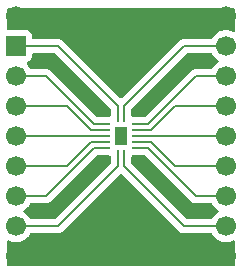
<source format=gtl>
G04 #@! TF.GenerationSoftware,KiCad,Pcbnew,9.0.6*
G04 #@! TF.CreationDate,2026-01-07T12:11:57-06:00*
G04 #@! TF.ProjectId,DHVQFN-14_3x2.5_P0.5,44485651-464e-42d3-9134-5f3378322e35,rev?*
G04 #@! TF.SameCoordinates,Original*
G04 #@! TF.FileFunction,Copper,L1,Top*
G04 #@! TF.FilePolarity,Positive*
%FSLAX46Y46*%
G04 Gerber Fmt 4.6, Leading zero omitted, Abs format (unit mm)*
G04 Created by KiCad (PCBNEW 9.0.6) date 2026-01-07 12:11:57*
%MOMM*%
%LPD*%
G01*
G04 APERTURE LIST*
G04 Aperture macros list*
%AMRoundRect*
0 Rectangle with rounded corners*
0 $1 Rounding radius*
0 $2 $3 $4 $5 $6 $7 $8 $9 X,Y pos of 4 corners*
0 Add a 4 corners polygon primitive as box body*
4,1,4,$2,$3,$4,$5,$6,$7,$8,$9,$2,$3,0*
0 Add four circle primitives for the rounded corners*
1,1,$1+$1,$2,$3*
1,1,$1+$1,$4,$5*
1,1,$1+$1,$6,$7*
1,1,$1+$1,$8,$9*
0 Add four rect primitives between the rounded corners*
20,1,$1+$1,$2,$3,$4,$5,0*
20,1,$1+$1,$4,$5,$6,$7,0*
20,1,$1+$1,$6,$7,$8,$9,0*
20,1,$1+$1,$8,$9,$2,$3,0*%
G04 Aperture macros list end*
G04 #@! TA.AperFunction,SMDPad,CuDef*
%ADD10RoundRect,0.062500X-0.062500X-0.575000X0.062500X-0.575000X0.062500X0.575000X-0.062500X0.575000X0*%
G04 #@! TD*
G04 #@! TA.AperFunction,SMDPad,CuDef*
%ADD11RoundRect,0.062500X-0.575000X-0.062500X0.575000X-0.062500X0.575000X0.062500X-0.575000X0.062500X0*%
G04 #@! TD*
G04 #@! TA.AperFunction,ComponentPad*
%ADD12C,0.600000*%
G04 #@! TD*
G04 #@! TA.AperFunction,HeatsinkPad*
%ADD13R,1.000000X1.500000*%
G04 #@! TD*
G04 #@! TA.AperFunction,ComponentPad*
%ADD14C,1.700000*%
G04 #@! TD*
G04 #@! TA.AperFunction,ComponentPad*
%ADD15R,1.700000X1.700000*%
G04 #@! TD*
G04 #@! TA.AperFunction,ViaPad*
%ADD16C,0.600000*%
G04 #@! TD*
G04 #@! TA.AperFunction,Conductor*
%ADD17C,0.200000*%
G04 #@! TD*
G04 APERTURE END LIST*
D10*
X132846000Y-109414500D03*
D11*
X131508500Y-110252000D03*
X131508500Y-110752000D03*
X131508500Y-111252000D03*
X131508500Y-111752000D03*
X131508500Y-112252000D03*
D10*
X132846000Y-113089500D03*
X133346000Y-113089500D03*
D11*
X134683500Y-112252000D03*
X134683500Y-111752000D03*
X134683500Y-111252000D03*
X134683500Y-110752000D03*
X134683500Y-110252000D03*
D10*
X133346000Y-109414500D03*
D12*
X133096000Y-110802000D03*
D13*
X133096000Y-111252000D03*
D12*
X133096000Y-111702000D03*
D14*
X124206000Y-101092000D03*
D15*
X124206000Y-103632000D03*
D14*
X124206000Y-106172000D03*
X124206000Y-108712000D03*
X124206000Y-111252000D03*
X124206000Y-113792000D03*
X124206000Y-116332000D03*
X124206000Y-118872000D03*
X124206000Y-121412000D03*
X141986000Y-101092000D03*
X141986000Y-103632000D03*
X141986000Y-106172000D03*
X141986000Y-108712000D03*
X141986000Y-111252000D03*
X141986000Y-113792000D03*
X141986000Y-116332000D03*
X141986000Y-118872000D03*
X141986000Y-121412000D03*
D16*
X133096000Y-120359274D03*
X139700000Y-104902000D03*
X133096000Y-103632000D03*
X131318000Y-108929274D03*
X131318000Y-113628274D03*
X134874000Y-108929274D03*
X139700000Y-117602000D03*
X126492000Y-117602000D03*
X134874000Y-113628274D03*
X126492000Y-104902000D03*
D17*
X134683500Y-111752000D02*
X135628000Y-111752000D01*
X137668000Y-113792000D02*
X141986000Y-113792000D01*
X135628000Y-111752000D02*
X137668000Y-113792000D01*
X130564000Y-110752000D02*
X128524000Y-108712000D01*
X131508500Y-110752000D02*
X130564000Y-110752000D01*
X128524000Y-108712000D02*
X124206000Y-108712000D01*
X130826000Y-112252000D02*
X126746000Y-116332000D01*
X126746000Y-116332000D02*
X124206000Y-116332000D01*
X131508500Y-112252000D02*
X130826000Y-112252000D01*
X133346000Y-113089500D02*
X133346000Y-113788000D01*
X133346000Y-113788000D02*
X138430000Y-118872000D01*
X138430000Y-118872000D02*
X141986000Y-118872000D01*
X127762000Y-103632000D02*
X124206000Y-103632000D01*
X132846000Y-108716000D02*
X127762000Y-103632000D01*
X132846000Y-109414500D02*
X132846000Y-108716000D01*
X132846000Y-113788000D02*
X127762000Y-118872000D01*
X132846000Y-113089500D02*
X132846000Y-113788000D01*
X127762000Y-118872000D02*
X124206000Y-118872000D01*
X126746000Y-106172000D02*
X124206000Y-106172000D01*
X130826000Y-110252000D02*
X126746000Y-106172000D01*
X131508500Y-110252000D02*
X130826000Y-110252000D01*
X139446000Y-116332000D02*
X141986000Y-116332000D01*
X134683500Y-112252000D02*
X135366000Y-112252000D01*
X135366000Y-112252000D02*
X139446000Y-116332000D01*
X133346000Y-109414500D02*
X133346000Y-108716000D01*
X138430000Y-103632000D02*
X141986000Y-103632000D01*
X133346000Y-108716000D02*
X138430000Y-103632000D01*
X131508500Y-111752000D02*
X130564000Y-111752000D01*
X128524000Y-113792000D02*
X124206000Y-113792000D01*
X130564000Y-111752000D02*
X128524000Y-113792000D01*
X131508500Y-111252000D02*
X124206000Y-111252000D01*
X139446000Y-106172000D02*
X141986000Y-106172000D01*
X135366000Y-110252000D02*
X139446000Y-106172000D01*
X134683500Y-110252000D02*
X135366000Y-110252000D01*
X135628000Y-110752000D02*
X137668000Y-108712000D01*
X137668000Y-108712000D02*
X141986000Y-108712000D01*
X134683500Y-110752000D02*
X135628000Y-110752000D01*
X134683500Y-111252000D02*
X141986000Y-111252000D01*
G04 #@! TA.AperFunction,Conductor*
G36*
X133139333Y-114446414D02*
G01*
X133183679Y-114474914D01*
X138061284Y-119352520D01*
X138061286Y-119352521D01*
X138061290Y-119352524D01*
X138198209Y-119431573D01*
X138198216Y-119431577D01*
X138350943Y-119472501D01*
X138350945Y-119472501D01*
X138516654Y-119472501D01*
X138516670Y-119472500D01*
X140700281Y-119472500D01*
X140767320Y-119492185D01*
X140810765Y-119540205D01*
X140830947Y-119579814D01*
X140830948Y-119579815D01*
X140955890Y-119751786D01*
X141106213Y-119902109D01*
X141278179Y-120027048D01*
X141278181Y-120027049D01*
X141278184Y-120027051D01*
X141467588Y-120123557D01*
X141669757Y-120189246D01*
X141879713Y-120222500D01*
X141879714Y-120222500D01*
X142092286Y-120222500D01*
X142092287Y-120222500D01*
X142302243Y-120189246D01*
X142504412Y-120123557D01*
X142575205Y-120087485D01*
X142643874Y-120074590D01*
X142708614Y-120100866D01*
X142748872Y-120157972D01*
X142755500Y-120197971D01*
X142755500Y-122147774D01*
X142735815Y-122214813D01*
X142683011Y-122260568D01*
X142631500Y-122271774D01*
X123560500Y-122271774D01*
X123493461Y-122252089D01*
X123447706Y-122199285D01*
X123436500Y-122147774D01*
X123436500Y-120197971D01*
X123456185Y-120130932D01*
X123508989Y-120085177D01*
X123578147Y-120075233D01*
X123616793Y-120087485D01*
X123687588Y-120123557D01*
X123889757Y-120189246D01*
X124099713Y-120222500D01*
X124099714Y-120222500D01*
X124312286Y-120222500D01*
X124312287Y-120222500D01*
X124522243Y-120189246D01*
X124724412Y-120123557D01*
X124913816Y-120027051D01*
X124935789Y-120011086D01*
X125085786Y-119902109D01*
X125085788Y-119902106D01*
X125085792Y-119902104D01*
X125236104Y-119751792D01*
X125236106Y-119751788D01*
X125236109Y-119751786D01*
X125294661Y-119671193D01*
X125361051Y-119579816D01*
X125361349Y-119579230D01*
X125381235Y-119540205D01*
X125429209Y-119489409D01*
X125491719Y-119472500D01*
X127675331Y-119472500D01*
X127675347Y-119472501D01*
X127682943Y-119472501D01*
X127841054Y-119472501D01*
X127841057Y-119472501D01*
X127993785Y-119431577D01*
X128043904Y-119402639D01*
X128130716Y-119352520D01*
X128242520Y-119240716D01*
X128242520Y-119240714D01*
X128252728Y-119230507D01*
X128252729Y-119230504D01*
X133008322Y-114474912D01*
X133069641Y-114441430D01*
X133139333Y-114446414D01*
G37*
G04 #@! TD.AperFunction*
G04 #@! TA.AperFunction,Conductor*
G36*
X132163539Y-112897184D02*
G01*
X132209294Y-112949988D01*
X132220500Y-113001499D01*
X132220500Y-113512901D01*
X132200815Y-113579940D01*
X132184181Y-113600582D01*
X127549584Y-118235181D01*
X127488261Y-118268666D01*
X127461903Y-118271500D01*
X125491719Y-118271500D01*
X125424680Y-118251815D01*
X125381235Y-118203795D01*
X125361052Y-118164185D01*
X125361051Y-118164184D01*
X125236109Y-117992213D01*
X125085786Y-117841890D01*
X124913820Y-117716951D01*
X124913115Y-117716591D01*
X124905054Y-117712485D01*
X124854259Y-117664512D01*
X124837463Y-117596692D01*
X124859999Y-117530556D01*
X124905054Y-117491515D01*
X124913816Y-117487051D01*
X124935789Y-117471086D01*
X125085786Y-117362109D01*
X125085788Y-117362106D01*
X125085792Y-117362104D01*
X125236104Y-117211792D01*
X125236106Y-117211788D01*
X125236109Y-117211786D01*
X125294661Y-117131193D01*
X125361051Y-117039816D01*
X125361349Y-117039230D01*
X125381235Y-117000205D01*
X125429209Y-116949409D01*
X125491719Y-116932500D01*
X126659331Y-116932500D01*
X126659347Y-116932501D01*
X126666943Y-116932501D01*
X126825054Y-116932501D01*
X126825057Y-116932501D01*
X126977785Y-116891577D01*
X127027904Y-116862639D01*
X127114716Y-116812520D01*
X127226520Y-116700716D01*
X127226520Y-116700714D01*
X127236728Y-116690507D01*
X127236730Y-116690504D01*
X131013416Y-112913818D01*
X131074739Y-112880333D01*
X131101097Y-112877499D01*
X132096500Y-112877499D01*
X132163539Y-112897184D01*
G37*
G04 #@! TD.AperFunction*
G04 #@! TA.AperFunction,Conductor*
G36*
X135157941Y-112897184D02*
G01*
X135178583Y-112913818D01*
X138961139Y-116696374D01*
X138961149Y-116696385D01*
X138965479Y-116700715D01*
X138965480Y-116700716D01*
X139077284Y-116812520D01*
X139077286Y-116812521D01*
X139077290Y-116812524D01*
X139214209Y-116891573D01*
X139214216Y-116891577D01*
X139326019Y-116921534D01*
X139366942Y-116932500D01*
X139366943Y-116932500D01*
X140700281Y-116932500D01*
X140767320Y-116952185D01*
X140810765Y-117000205D01*
X140830947Y-117039814D01*
X140830948Y-117039815D01*
X140955890Y-117211786D01*
X141106213Y-117362109D01*
X141278182Y-117487050D01*
X141286946Y-117491516D01*
X141337742Y-117539491D01*
X141354536Y-117607312D01*
X141331998Y-117673447D01*
X141286946Y-117712484D01*
X141278182Y-117716949D01*
X141106213Y-117841890D01*
X140955890Y-117992213D01*
X140830948Y-118164184D01*
X140830947Y-118164185D01*
X140810765Y-118203795D01*
X140762791Y-118254591D01*
X140700281Y-118271500D01*
X138730098Y-118271500D01*
X138663059Y-118251815D01*
X138642417Y-118235181D01*
X134007818Y-113600582D01*
X133974333Y-113539259D01*
X133971499Y-113512901D01*
X133971499Y-113001499D01*
X133991184Y-112934460D01*
X134043988Y-112888705D01*
X134095494Y-112877499D01*
X135090902Y-112877499D01*
X135157941Y-112897184D01*
G37*
G04 #@! TD.AperFunction*
G04 #@! TA.AperFunction,Conductor*
G36*
X133128514Y-110536501D02*
G01*
X133128674Y-110535905D01*
X133136524Y-110538008D01*
X133136526Y-110538008D01*
X133136528Y-110538009D01*
X133246599Y-110552500D01*
X133421499Y-110552499D01*
X133488539Y-110572183D01*
X133534294Y-110624987D01*
X133545500Y-110676498D01*
X133545500Y-110851403D01*
X133559989Y-110961468D01*
X133562094Y-110969322D01*
X133558814Y-110970200D01*
X133564581Y-111024073D01*
X133561517Y-111034522D01*
X133562095Y-111034677D01*
X133559990Y-111042529D01*
X133545500Y-111152598D01*
X133545500Y-111351403D01*
X133559989Y-111461468D01*
X133562094Y-111469322D01*
X133558814Y-111470200D01*
X133564581Y-111524073D01*
X133561517Y-111534522D01*
X133562095Y-111534677D01*
X133559990Y-111542529D01*
X133545500Y-111652598D01*
X133545500Y-111827500D01*
X133525815Y-111894539D01*
X133473011Y-111940294D01*
X133421501Y-111951500D01*
X133246596Y-111951500D01*
X133136531Y-111965989D01*
X133128678Y-111968094D01*
X133127802Y-111964824D01*
X133073853Y-111970567D01*
X133063477Y-111967518D01*
X133063323Y-111968095D01*
X133055470Y-111965990D01*
X132945402Y-111951500D01*
X132770499Y-111951500D01*
X132703460Y-111931815D01*
X132657705Y-111879011D01*
X132646499Y-111827504D01*
X132646499Y-111652600D01*
X132632009Y-111542528D01*
X132632008Y-111542525D01*
X132629905Y-111534674D01*
X132633207Y-111533789D01*
X132627392Y-111480075D01*
X132630501Y-111469485D01*
X132629905Y-111469326D01*
X132632008Y-111461475D01*
X132632008Y-111461474D01*
X132632009Y-111461472D01*
X132646500Y-111351401D01*
X132646499Y-111152600D01*
X132632009Y-111042528D01*
X132632008Y-111042525D01*
X132629905Y-111034674D01*
X132633207Y-111033789D01*
X132627392Y-110980075D01*
X132630501Y-110969485D01*
X132629905Y-110969326D01*
X132632008Y-110961475D01*
X132632008Y-110961474D01*
X132632009Y-110961472D01*
X132646500Y-110851401D01*
X132646499Y-110676499D01*
X132666183Y-110609460D01*
X132718987Y-110563705D01*
X132770494Y-110552499D01*
X132945400Y-110552499D01*
X132945402Y-110552499D01*
X132974382Y-110548683D01*
X133055472Y-110538009D01*
X133055475Y-110538007D01*
X133063326Y-110535905D01*
X133064210Y-110539207D01*
X133117925Y-110533392D01*
X133128514Y-110536501D01*
G37*
G04 #@! TD.AperFunction*
G04 #@! TA.AperFunction,Conductor*
G36*
X127528942Y-104252185D02*
G01*
X127549583Y-104268818D01*
X132184182Y-108903418D01*
X132217666Y-108964739D01*
X132220500Y-108991097D01*
X132220500Y-109502500D01*
X132200815Y-109569539D01*
X132148011Y-109615294D01*
X132096500Y-109626500D01*
X131101097Y-109626500D01*
X131034058Y-109606815D01*
X131013416Y-109590181D01*
X127233590Y-105810355D01*
X127233588Y-105810352D01*
X127114717Y-105691481D01*
X127114716Y-105691480D01*
X127027904Y-105641360D01*
X127027904Y-105641359D01*
X127027900Y-105641358D01*
X126977785Y-105612423D01*
X126825057Y-105571499D01*
X126666943Y-105571499D01*
X126659347Y-105571499D01*
X126659331Y-105571500D01*
X125491719Y-105571500D01*
X125424680Y-105551815D01*
X125381235Y-105503795D01*
X125361052Y-105464185D01*
X125361051Y-105464184D01*
X125236109Y-105292213D01*
X125122569Y-105178673D01*
X125089084Y-105117350D01*
X125094068Y-105047658D01*
X125135940Y-104991725D01*
X125166915Y-104974810D01*
X125298331Y-104925796D01*
X125413546Y-104839546D01*
X125499796Y-104724331D01*
X125550091Y-104589483D01*
X125556500Y-104529873D01*
X125556500Y-104356500D01*
X125576185Y-104289461D01*
X125628989Y-104243706D01*
X125680500Y-104232500D01*
X127461903Y-104232500D01*
X127528942Y-104252185D01*
G37*
G04 #@! TD.AperFunction*
G04 #@! TA.AperFunction,Conductor*
G36*
X140714883Y-104236787D02*
G01*
X140730088Y-104236136D01*
X140747726Y-104246431D01*
X140767320Y-104252185D01*
X140778216Y-104264228D01*
X140790430Y-104271358D01*
X140810765Y-104300205D01*
X140830947Y-104339814D01*
X140830948Y-104339815D01*
X140955890Y-104511786D01*
X141106213Y-104662109D01*
X141278182Y-104787050D01*
X141286946Y-104791516D01*
X141337742Y-104839491D01*
X141354536Y-104907312D01*
X141331998Y-104973447D01*
X141286946Y-105012484D01*
X141278182Y-105016949D01*
X141106213Y-105141890D01*
X140955890Y-105292213D01*
X140830948Y-105464184D01*
X140830947Y-105464185D01*
X140810765Y-105503795D01*
X140762791Y-105554591D01*
X140700281Y-105571500D01*
X139366940Y-105571500D01*
X139326019Y-105582464D01*
X139326019Y-105582465D01*
X139288751Y-105592451D01*
X139214214Y-105612423D01*
X139214209Y-105612426D01*
X139077290Y-105691475D01*
X139077282Y-105691481D01*
X138965478Y-105803286D01*
X135178582Y-109590181D01*
X135117259Y-109623666D01*
X135090901Y-109626500D01*
X134095499Y-109626500D01*
X134028460Y-109606815D01*
X133982705Y-109554011D01*
X133971499Y-109502500D01*
X133971499Y-108991097D01*
X133991184Y-108924058D01*
X134007818Y-108903416D01*
X138642417Y-104268819D01*
X138703740Y-104235334D01*
X138730098Y-104232500D01*
X140700281Y-104232500D01*
X140714883Y-104236787D01*
G37*
G04 #@! TD.AperFunction*
G04 #@! TA.AperFunction,Conductor*
G36*
X142698539Y-100432459D02*
G01*
X142744294Y-100485263D01*
X142755500Y-100536774D01*
X142755500Y-102306028D01*
X142735815Y-102373067D01*
X142683011Y-102418822D01*
X142613853Y-102428766D01*
X142575206Y-102416513D01*
X142504417Y-102380445D01*
X142504414Y-102380444D01*
X142504412Y-102380443D01*
X142302243Y-102314754D01*
X142302241Y-102314753D01*
X142302240Y-102314753D01*
X142140957Y-102289208D01*
X142092287Y-102281500D01*
X141879713Y-102281500D01*
X141831042Y-102289208D01*
X141669760Y-102314753D01*
X141467585Y-102380444D01*
X141278179Y-102476951D01*
X141106213Y-102601890D01*
X140955890Y-102752213D01*
X140830948Y-102924184D01*
X140830947Y-102924185D01*
X140810765Y-102963795D01*
X140762791Y-103014591D01*
X140700281Y-103031500D01*
X138516670Y-103031500D01*
X138516654Y-103031499D01*
X138509058Y-103031499D01*
X138350943Y-103031499D01*
X138274579Y-103051961D01*
X138198214Y-103072423D01*
X138198209Y-103072426D01*
X138061290Y-103151475D01*
X138061282Y-103151481D01*
X133183680Y-108029083D01*
X133122357Y-108062568D01*
X133052665Y-108057584D01*
X133008320Y-108029084D01*
X128249589Y-103270354D01*
X128249588Y-103270352D01*
X128130717Y-103151481D01*
X128130716Y-103151480D01*
X128043904Y-103101360D01*
X128043904Y-103101359D01*
X128043900Y-103101358D01*
X127993785Y-103072423D01*
X127841057Y-103031499D01*
X127682943Y-103031499D01*
X127675347Y-103031499D01*
X127675331Y-103031500D01*
X125680499Y-103031500D01*
X125613460Y-103011815D01*
X125567705Y-102959011D01*
X125556499Y-102907500D01*
X125556499Y-102734129D01*
X125556498Y-102734123D01*
X125550091Y-102674516D01*
X125499797Y-102539671D01*
X125499793Y-102539664D01*
X125413547Y-102424455D01*
X125413544Y-102424452D01*
X125298335Y-102338206D01*
X125298328Y-102338202D01*
X125163482Y-102287908D01*
X125163483Y-102287908D01*
X125103883Y-102281501D01*
X125103881Y-102281500D01*
X125103873Y-102281500D01*
X125103865Y-102281500D01*
X123560500Y-102281500D01*
X123493461Y-102261815D01*
X123447706Y-102209011D01*
X123436500Y-102157500D01*
X123436500Y-100536774D01*
X123456185Y-100469735D01*
X123508989Y-100423980D01*
X123560500Y-100412774D01*
X142631500Y-100412774D01*
X142698539Y-100432459D01*
G37*
G04 #@! TD.AperFunction*
M02*

</source>
